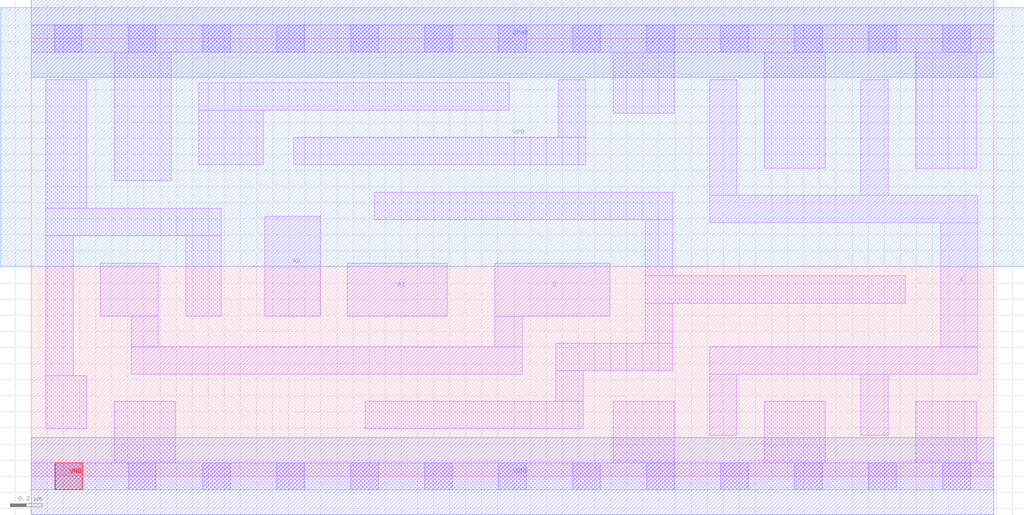
<source format=lef>
# Copyright 2020 The SkyWater PDK Authors
#
# Licensed under the Apache License, Version 2.0 (the "License");
# you may not use this file except in compliance with the License.
# You may obtain a copy of the License at
#
#     https://www.apache.org/licenses/LICENSE-2.0
#
# Unless required by applicable law or agreed to in writing, software
# distributed under the License is distributed on an "AS IS" BASIS,
# WITHOUT WARRANTIES OR CONDITIONS OF ANY KIND, either express or implied.
# See the License for the specific language governing permissions and
# limitations under the License.
#
# SPDX-License-Identifier: Apache-2.0

VERSION 5.7 ;
  NOWIREEXTENSIONATPIN ON ;
  DIVIDERCHAR "/" ;
  BUSBITCHARS "[]" ;
PROPERTYDEFINITIONS
  MACRO maskLayoutSubType STRING ;
  MACRO prCellType STRING ;
  MACRO originalViewName STRING ;
END PROPERTYDEFINITIONS
MACRO sky130_fd_sc_hdll__mux2_4
  CLASS CORE ;
  FOREIGN sky130_fd_sc_hdll__mux2_4 ;
  ORIGIN  0.000000  0.000000 ;
  SIZE  5.980000 BY  2.720000 ;
  SYMMETRY X Y R90 ;
  SITE unithd ;
  PIN A0
    ANTENNAGATEAREA  0.277500 ;
    DIRECTION INPUT ;
    USE SIGNAL ;
    PORT
      LAYER li1 ;
        RECT 1.450000 0.995000 1.795000 1.615000 ;
    END
  END A0
  PIN A1
    ANTENNAGATEAREA  0.277500 ;
    DIRECTION INPUT ;
    USE SIGNAL ;
    PORT
      LAYER li1 ;
        RECT 1.965000 0.995000 2.585000 1.325000 ;
    END
  END A1
  PIN S
    ANTENNAGATEAREA  0.555000 ;
    DIRECTION INPUT ;
    USE SIGNAL ;
    PORT
      LAYER li1 ;
        RECT 0.430000 0.995000 0.790000 1.325000 ;
        RECT 0.620000 0.635000 3.050000 0.805000 ;
        RECT 0.620000 0.805000 0.790000 0.995000 ;
        RECT 2.880000 0.805000 3.050000 0.995000 ;
        RECT 2.880000 0.995000 3.595000 1.325000 ;
    END
  END S
  PIN VGND
    ANTENNADIFFAREA  0.835250 ;
    DIRECTION INOUT ;
    USE SIGNAL ;
    PORT
      LAYER met1 ;
        RECT 0.000000 -0.240000 5.980000 0.240000 ;
    END
  END VGND
  PIN VNB
    PORT
      LAYER pwell ;
        RECT 0.150000 -0.085000 0.320000 0.085000 ;
    END
  END VNB
  PIN VPB
    PORT
      LAYER nwell ;
        RECT -0.190000 1.305000 6.170000 2.910000 ;
    END
  END VPB
  PIN VPWR
    ANTENNADIFFAREA  1.195000 ;
    DIRECTION INOUT ;
    USE SIGNAL ;
    PORT
      LAYER met1 ;
        RECT 0.000000 2.480000 5.980000 2.960000 ;
    END
  END VPWR
  PIN X
    ANTENNADIFFAREA  0.996000 ;
    DIRECTION OUTPUT ;
    USE SIGNAL ;
    PORT
      LAYER li1 ;
        RECT 4.215000 0.255000 4.385000 0.635000 ;
        RECT 4.215000 0.635000 5.880000 0.805000 ;
        RECT 4.215000 1.575000 5.880000 1.745000 ;
        RECT 4.215000 1.745000 4.385000 2.465000 ;
        RECT 5.155000 0.255000 5.325000 0.635000 ;
        RECT 5.155000 1.745000 5.325000 2.465000 ;
        RECT 5.650000 0.805000 5.880000 1.575000 ;
    END
  END X
  OBS
    LAYER li1 ;
      RECT 0.000000 -0.085000 5.980000 0.085000 ;
      RECT 0.000000  2.635000 5.980000 2.805000 ;
      RECT 0.090000  0.295000 0.345000 0.625000 ;
      RECT 0.090000  0.625000 0.260000 1.495000 ;
      RECT 0.090000  1.495000 1.180000 1.665000 ;
      RECT 0.090000  1.665000 0.345000 2.465000 ;
      RECT 0.515000  0.085000 0.895000 0.465000 ;
      RECT 0.515000  1.835000 0.870000 2.635000 ;
      RECT 0.960000  0.995000 1.180000 1.495000 ;
      RECT 1.040000  1.935000 1.440000 2.275000 ;
      RECT 1.040000  2.275000 2.970000 2.445000 ;
      RECT 1.630000  1.935000 3.445000 2.105000 ;
      RECT 2.075000  0.295000 3.430000 0.465000 ;
      RECT 2.130000  1.595000 3.985000 1.765000 ;
      RECT 3.260000  0.465000 3.430000 0.655000 ;
      RECT 3.260000  0.655000 3.985000 0.825000 ;
      RECT 3.275000  2.105000 3.445000 2.465000 ;
      RECT 3.615000  0.085000 3.995000 0.465000 ;
      RECT 3.615000  2.255000 3.995000 2.635000 ;
      RECT 3.815000  0.825000 3.985000 1.075000 ;
      RECT 3.815000  1.075000 5.430000 1.245000 ;
      RECT 3.815000  1.245000 3.985000 1.595000 ;
      RECT 4.555000  0.085000 4.935000 0.465000 ;
      RECT 4.555000  1.915000 4.935000 2.635000 ;
      RECT 5.495000  0.085000 5.875000 0.465000 ;
      RECT 5.495000  1.915000 5.875000 2.635000 ;
    LAYER mcon ;
      RECT 0.145000 -0.085000 0.315000 0.085000 ;
      RECT 0.145000  2.635000 0.315000 2.805000 ;
      RECT 0.605000 -0.085000 0.775000 0.085000 ;
      RECT 0.605000  2.635000 0.775000 2.805000 ;
      RECT 1.065000 -0.085000 1.235000 0.085000 ;
      RECT 1.065000  2.635000 1.235000 2.805000 ;
      RECT 1.525000 -0.085000 1.695000 0.085000 ;
      RECT 1.525000  2.635000 1.695000 2.805000 ;
      RECT 1.985000 -0.085000 2.155000 0.085000 ;
      RECT 1.985000  2.635000 2.155000 2.805000 ;
      RECT 2.445000 -0.085000 2.615000 0.085000 ;
      RECT 2.445000  2.635000 2.615000 2.805000 ;
      RECT 2.905000 -0.085000 3.075000 0.085000 ;
      RECT 2.905000  2.635000 3.075000 2.805000 ;
      RECT 3.365000 -0.085000 3.535000 0.085000 ;
      RECT 3.365000  2.635000 3.535000 2.805000 ;
      RECT 3.825000 -0.085000 3.995000 0.085000 ;
      RECT 3.825000  2.635000 3.995000 2.805000 ;
      RECT 4.285000 -0.085000 4.455000 0.085000 ;
      RECT 4.285000  2.635000 4.455000 2.805000 ;
      RECT 4.745000 -0.085000 4.915000 0.085000 ;
      RECT 4.745000  2.635000 4.915000 2.805000 ;
      RECT 5.205000 -0.085000 5.375000 0.085000 ;
      RECT 5.205000  2.635000 5.375000 2.805000 ;
      RECT 5.665000 -0.085000 5.835000 0.085000 ;
      RECT 5.665000  2.635000 5.835000 2.805000 ;
  END
  PROPERTY maskLayoutSubType "abstract" ;
  PROPERTY prCellType "standard" ;
  PROPERTY originalViewName "layout" ;
END sky130_fd_sc_hdll__mux2_4
END LIBRARY

</source>
